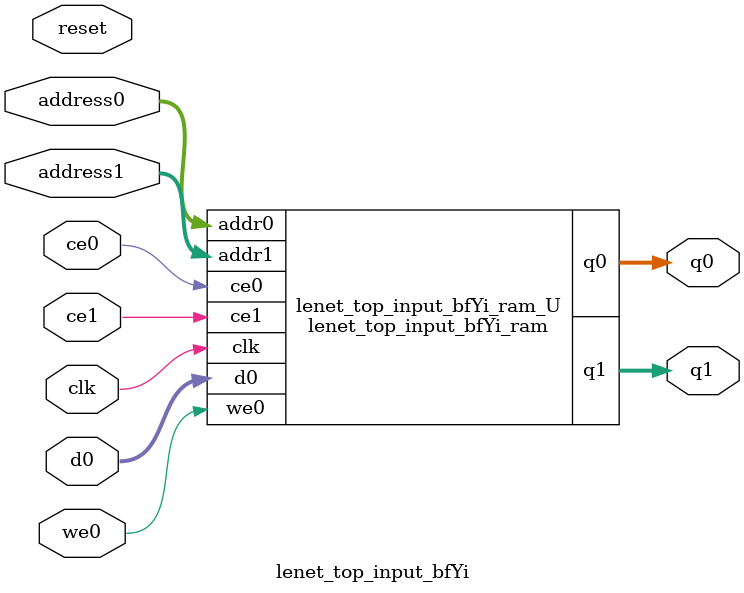
<source format=v>
`timescale 1 ns / 1 ps
module lenet_top_input_bfYi_ram (addr0, ce0, d0, we0, q0, addr1, ce1, q1,  clk);

parameter DWIDTH = 32;
parameter AWIDTH = 10;
parameter MEM_SIZE = 1024;

input[AWIDTH-1:0] addr0;
input ce0;
input[DWIDTH-1:0] d0;
input we0;
output reg[DWIDTH-1:0] q0;
input[AWIDTH-1:0] addr1;
input ce1;
output reg[DWIDTH-1:0] q1;
input clk;

(* ram_style = "block" *)reg [DWIDTH-1:0] ram[0:MEM_SIZE-1];




always @(posedge clk)  
begin 
    if (ce0) 
    begin
        if (we0) 
        begin 
            ram[addr0] <= d0; 
        end 
        q0 <= ram[addr0];
    end
end


always @(posedge clk)  
begin 
    if (ce1) 
    begin
        q1 <= ram[addr1];
    end
end


endmodule

`timescale 1 ns / 1 ps
module lenet_top_input_bfYi(
    reset,
    clk,
    address0,
    ce0,
    we0,
    d0,
    q0,
    address1,
    ce1,
    q1);

parameter DataWidth = 32'd32;
parameter AddressRange = 32'd1024;
parameter AddressWidth = 32'd10;
input reset;
input clk;
input[AddressWidth - 1:0] address0;
input ce0;
input we0;
input[DataWidth - 1:0] d0;
output[DataWidth - 1:0] q0;
input[AddressWidth - 1:0] address1;
input ce1;
output[DataWidth - 1:0] q1;



lenet_top_input_bfYi_ram lenet_top_input_bfYi_ram_U(
    .clk( clk ),
    .addr0( address0 ),
    .ce0( ce0 ),
    .we0( we0 ),
    .d0( d0 ),
    .q0( q0 ),
    .addr1( address1 ),
    .ce1( ce1 ),
    .q1( q1 ));

endmodule


</source>
